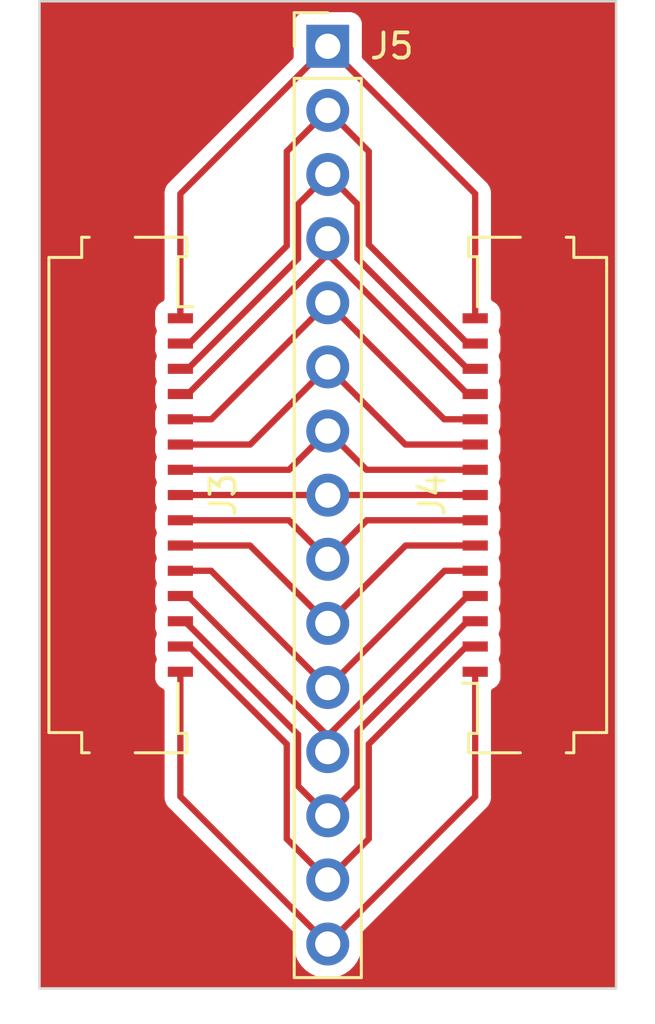
<source format=kicad_pcb>
(kicad_pcb (version 20221018) (generator pcbnew)
  (layers (0 "F.Cu" signal) (31 "B.Cu" signal) (34 "B.Paste" user) (35 "F.Paste" user) (36 "B.SilkS" user "B.Silkscreen") (37 "F.SilkS" user "F.Silkscreen") (38 "B.Mask" user) (39 "F.Mask" user) (44 "Edge.Cuts" user))
  (net 0 "")
  (net 1 "Net-(J3-Pin_1)")
  (net 2 "Net-(J3-Pin_2)")
  (net 3 "Net-(J3-Pin_3)")
  (net 4 "Net-(J3-Pin_4)")
  (net 5 "Net-(J3-Pin_5)")
  (net 6 "Net-(J3-Pin_6)")
  (net 7 "Net-(J3-Pin_7)")
  (net 8 "Net-(J3-Pin_8)")
  (net 9 "Net-(J3-Pin_9)")
  (net 10 "Net-(J3-Pin_10)")
  (net 11 "Net-(J3-Pin_11)")
  (net 12 "Net-(J3-Pin_12)")
  (net 13 "Net-(J3-Pin_13)")
  (net 14 "Net-(J3-Pin_14)")
  (net 15 "Net-(J3-Pin_15)")
  (net 16 "Net-(J3-PadMP)")
  (footprint "Connector_FFC-FPC:Molex_200528-0150_1x15-1MP_P1.00mm_Horizontal" (layer "F.Cu") (at 78.126 114.808 90)
    (fp_text reference "J4" (at 0 -2.61 90) (layer "F.SilkS"))
    (fp_text value "Conn_01x15_Socket")
    (fp_line (start -10.21 -1.17) (end -10.21 0.88) (stroke (width 0.12)) (layer "F.SilkS"))
    (fp_line (start -10.21 2.7) (end -10.21 3) (stroke (width 0.12)) (layer "F.SilkS"))
    (fp_line (start -10.21 3) (end -9.41 3) (stroke (width 0.12)) (layer "F.SilkS"))
    (fp_line (start -9.44 -1.17) (end -10.21 -1.17) (stroke (width 0.12)) (layer "F.SilkS"))
    (fp_line (start -9.44 -0.82) (end -9.44 -1.17) (stroke (width 0.12)) (layer "F.SilkS"))
    (fp_line (start -9.41 3) (end -9.41 4.3) (stroke (width 0.12)) (layer "F.SilkS"))
    (fp_line (start -9.41 4.3) (end 9.41 4.3) (stroke (width 0.12)) (layer "F.SilkS"))
    (fp_line (start -7.46 -1.41) (end -7.46 -0.82) (stroke (width 0.12)) (layer "F.SilkS"))
    (fp_line (start -7.46 -0.82) (end -9.44 -0.82) (stroke (width 0.12)) (layer "F.SilkS"))
    (fp_line (start 9.41 3) (end 10.21 3) (stroke (width 0.12)) (layer "F.SilkS"))
    (fp_line (start 9.41 4.3) (end 9.41 3) (stroke (width 0.12)) (layer "F.SilkS"))
    (fp_line (start 9.44 -1.17) (end 9.44 -0.82) (stroke (width 0.12)) (layer "F.SilkS"))
    (fp_line (start 9.44 -0.82) (end 7.46 -0.82) (stroke (width 0.12)) (layer "F.SilkS"))
    (fp_line (start 10.21 -1.17) (end 9.44 -1.17) (stroke (width 0.12)) (layer "F.SilkS"))
    (fp_line (start 10.21 0.88) (end 10.21 -1.17) (stroke (width 0.12)) (layer "F.SilkS"))
    (fp_line (start 10.21 3) (end 10.21 2.7) (stroke (width 0.12)) (layer "F.SilkS"))
    (pad "1" smd rect (at -7 -0.91 90) (size 0.4 1) (layers "F.Cu" "F.Paste" "F.Mask") (net 15 "Net-(J3-Pin_15)"))
    (pad "2" smd rect (at -6 -0.91 90) (size 0.4 1) (layers "F.Cu" "F.Paste" "F.Mask") (net 14 "Net-(J3-Pin_14)"))
    (pad "3" smd rect (at -5 -0.91 90) (size 0.4 1) (layers "F.Cu" "F.Paste" "F.Mask") (net 13 "Net-(J3-Pin_13)"))
    (pad "4" smd rect (at -4 -0.91 90) (size 0.4 1) (layers "F.Cu" "F.Paste" "F.Mask") (net 12 "Net-(J3-Pin_12)"))
    (pad "5" smd rect (at -3 -0.91 90) (size 0.4 1) (layers "F.Cu" "F.Paste" "F.Mask") (net 11 "Net-(J3-Pin_11)"))
    (pad "6" smd rect (at -2 -0.91 90) (size 0.4 1) (layers "F.Cu" "F.Paste" "F.Mask") (net 10 "Net-(J3-Pin_10)"))
    (pad "7" smd rect (at -1 -0.91 90) (size 0.4 1) (layers "F.Cu" "F.Paste" "F.Mask") (net 9 "Net-(J3-Pin_9)"))
    (pad "8" smd rect (at 0 -0.91 90) (size 0.4 1) (layers "F.Cu" "F.Paste" "F.Mask") (net 8 "Net-(J3-Pin_8)"))
    (pad "9" smd rect (at 1 -0.91 90) (size 0.4 1) (layers "F.Cu" "F.Paste" "F.Mask") (net 7 "Net-(J3-Pin_7)"))
    (pad "10" smd rect (at 2 -0.91 90) (size 0.4 1) (layers "F.Cu" "F.Paste" "F.Mask") (net 6 "Net-(J3-Pin_6)"))
    (pad "11" smd rect (at 3 -0.91 90) (size 0.4 1) (layers "F.Cu" "F.Paste" "F.Mask") (net 5 "Net-(J3-Pin_5)"))
    (pad "12" smd rect (at 4 -0.91 90) (size 0.4 1) (layers "F.Cu" "F.Paste" "F.Mask") (net 4 "Net-(J3-Pin_4)"))
    (pad "13" smd rect (at 5 -0.91 90) (size 0.4 1) (layers "F.Cu" "F.Paste" "F.Mask") (net 3 "Net-(J3-Pin_3)"))
    (pad "14" smd rect (at 6 -0.91 90) (size 0.4 1) (layers "F.Cu" "F.Paste" "F.Mask") (net 2 "Net-(J3-Pin_2)"))
    (pad "15" smd rect (at 7 -0.91 90) (size 0.4 1) (layers "F.Cu" "F.Paste" "F.Mask") (net 1 "Net-(J3-Pin_1)"))
    (pad "MP" smd rect (at -9.8 1.79 90) (size 2 1.3) (layers "F.Cu" "F.Paste" "F.Mask") (net 16 "Net-(J3-PadMP)"))
    (pad "MP" smd rect (at 9.8 1.79 90) (size 2 1.3) (layers "F.Cu" "F.Paste" "F.Mask") (net 16 "Net-(J3-PadMP)"))
  )
  (footprint "Connector_PinHeader_2.54mm:PinHeader_1x15_P2.54mm_Vertical" (layer "F.Cu") (at 71.374 97.033)
    (fp_text reference "J5" (at 2.54 -0.005) (layer "F.SilkS"))
    (fp_text value "Conn_01x15_Socket")
    (fp_line (start -1.33 -1.33) (end 0 -1.33) (stroke (width 0.12)) (layer "F.SilkS"))
    (fp_line (start -1.33 0) (end -1.33 -1.33) (stroke (width 0.12)) (layer "F.SilkS"))
    (fp_line (start -1.33 1.27) (end -1.33 36.89) (stroke (width 0.12)) (layer "F.SilkS"))
    (fp_line (start -1.33 1.27) (end 1.33 1.27) (stroke (width 0.12)) (layer "F.SilkS"))
    (fp_line (start -1.33 36.89) (end 1.33 36.89) (stroke (width 0.12)) (layer "F.SilkS"))
    (fp_line (start 1.33 1.27) (end 1.33 36.89) (stroke (width 0.12)) (layer "F.SilkS"))
    (pad "1" thru_hole rect (at 0 0) (size 1.7 1.7) (drill 1) (layers "*.Cu" "*.Mask") (net 1 "Net-(J3-Pin_1)"))
    (pad "2" thru_hole oval (at 0 2.54) (size 1.7 1.7) (drill 1) (layers "*.Cu" "*.Mask") (net 2 "Net-(J3-Pin_2)"))
    (pad "3" thru_hole oval (at 0 5.08) (size 1.7 1.7) (drill 1) (layers "*.Cu" "*.Mask") (net 3 "Net-(J3-Pin_3)"))
    (pad "4" thru_hole oval (at 0 7.62) (size 1.7 1.7) (drill 1) (layers "*.Cu" "*.Mask") (net 4 "Net-(J3-Pin_4)"))
    (pad "5" thru_hole oval (at 0 10.16) (size 1.7 1.7) (drill 1) (layers "*.Cu" "*.Mask") (net 5 "Net-(J3-Pin_5)"))
    (pad "6" thru_hole oval (at 0 12.7) (size 1.7 1.7) (drill 1) (layers "*.Cu" "*.Mask") (net 6 "Net-(J3-Pin_6)"))
    (pad "7" thru_hole oval (at 0 15.24) (size 1.7 1.7) (drill 1) (layers "*.Cu" "*.Mask") (net 7 "Net-(J3-Pin_7)"))
    (pad "8" thru_hole oval (at 0 17.78) (size 1.7 1.7) (drill 1) (layers "*.Cu" "*.Mask") (net 8 "Net-(J3-Pin_8)"))
    (pad "9" thru_hole oval (at 0 20.32) (size 1.7 1.7) (drill 1) (layers "*.Cu" "*.Mask") (net 9 "Net-(J3-Pin_9)"))
    (pad "10" thru_hole oval (at 0 22.86) (size 1.7 1.7) (drill 1) (layers "*.Cu" "*.Mask") (net 10 "Net-(J3-Pin_10)"))
    (pad "11" thru_hole oval (at 0 25.4) (size 1.7 1.7) (drill 1) (layers "*.Cu" "*.Mask") (net 11 "Net-(J3-Pin_11)"))
    (pad "12" thru_hole oval (at 0 27.94) (size 1.7 1.7) (drill 1) (layers "*.Cu" "*.Mask") (net 12 "Net-(J3-Pin_12)"))
    (pad "13" thru_hole oval (at 0 30.48) (size 1.7 1.7) (drill 1) (layers "*.Cu" "*.Mask") (net 13 "Net-(J3-Pin_13)"))
    (pad "14" thru_hole oval (at 0 33.02) (size 1.7 1.7) (drill 1) (layers "*.Cu" "*.Mask") (net 14 "Net-(J3-Pin_14)"))
    (pad "15" thru_hole oval (at 0 35.56) (size 1.7 1.7) (drill 1) (layers "*.Cu" "*.Mask") (net 15 "Net-(J3-Pin_15)"))
  )
  (footprint "Connector_FFC-FPC:Molex_200528-0150_1x15-1MP_P1.00mm_Horizontal" (layer "F.Cu") (at 64.622 114.808 -90)
    (fp_text reference "J3" (at 0 -2.61 90) (layer "F.SilkS"))
    (fp_text value "Conn_01x15_Socket")
    (fp_line (start -10.21 -1.17) (end -10.21 0.88) (stroke (width 0.12)) (layer "F.SilkS"))
    (fp_line (start -10.21 2.7) (end -10.21 3) (stroke (width 0.12)) (layer "F.SilkS"))
    (fp_line (start -10.21 3) (end -9.41 3) (stroke (width 0.12)) (layer "F.SilkS"))
    (fp_line (start -9.44 -1.17) (end -10.21 -1.17) (stroke (width 0.12)) (layer "F.SilkS"))
    (fp_line (start -9.44 -0.82) (end -9.44 -1.17) (stroke (width 0.12)) (layer "F.SilkS"))
    (fp_line (start -9.41 3) (end -9.41 4.3) (stroke (width 0.12)) (layer "F.SilkS"))
    (fp_line (start -9.41 4.3) (end 9.41 4.3) (stroke (width 0.12)) (layer "F.SilkS"))
    (fp_line (start -7.46 -1.41) (end -7.46 -0.82) (stroke (width 0.12)) (layer "F.SilkS"))
    (fp_line (start -7.46 -0.82) (end -9.44 -0.82) (stroke (width 0.12)) (layer "F.SilkS"))
    (fp_line (start 9.41 3) (end 10.21 3) (stroke (width 0.12)) (layer "F.SilkS"))
    (fp_line (start 9.41 4.3) (end 9.41 3) (stroke (width 0.12)) (layer "F.SilkS"))
    (fp_line (start 9.44 -1.17) (end 9.44 -0.82) (stroke (width 0.12)) (layer "F.SilkS"))
    (fp_line (start 9.44 -0.82) (end 7.46 -0.82) (stroke (width 0.12)) (layer "F.SilkS"))
    (fp_line (start 10.21 -1.17) (end 9.44 -1.17) (stroke (width 0.12)) (layer "F.SilkS"))
    (fp_line (start 10.21 0.88) (end 10.21 -1.17) (stroke (width 0.12)) (layer "F.SilkS"))
    (fp_line (start 10.21 3) (end 10.21 2.7) (stroke (width 0.12)) (layer "F.SilkS"))
    (pad "1" smd rect (at -7 -0.91 270) (size 0.4 1) (layers "F.Cu" "F.Paste" "F.Mask") (net 1 "Net-(J3-Pin_1)"))
    (pad "2" smd rect (at -6 -0.91 270) (size 0.4 1) (layers "F.Cu" "F.Paste" "F.Mask") (net 2 "Net-(J3-Pin_2)"))
    (pad "3" smd rect (at -5 -0.91 270) (size 0.4 1) (layers "F.Cu" "F.Paste" "F.Mask") (net 3 "Net-(J3-Pin_3)"))
    (pad "4" smd rect (at -4 -0.91 270) (size 0.4 1) (layers "F.Cu" "F.Paste" "F.Mask") (net 4 "Net-(J3-Pin_4)"))
    (pad "5" smd rect (at -3 -0.91 270) (size 0.4 1) (layers "F.Cu" "F.Paste" "F.Mask") (net 5 "Net-(J3-Pin_5)"))
    (pad "6" smd rect (at -2 -0.91 270) (size 0.4 1) (layers "F.Cu" "F.Paste" "F.Mask") (net 6 "Net-(J3-Pin_6)"))
    (pad "7" smd rect (at -1 -0.91 270) (size 0.4 1) (layers "F.Cu" "F.Paste" "F.Mask") (net 7 "Net-(J3-Pin_7)"))
    (pad "8" smd rect (at 0 -0.91 270) (size 0.4 1) (layers "F.Cu" "F.Paste" "F.Mask") (net 8 "Net-(J3-Pin_8)"))
    (pad "9" smd rect (at 1 -0.91 270) (size 0.4 1) (layers "F.Cu" "F.Paste" "F.Mask") (net 9 "Net-(J3-Pin_9)"))
    (pad "10" smd rect (at 2 -0.91 270) (size 0.4 1) (layers "F.Cu" "F.Paste" "F.Mask") (net 10 "Net-(J3-Pin_10)"))
    (pad "11" smd rect (at 3 -0.91 270) (size 0.4 1) (layers "F.Cu" "F.Paste" "F.Mask") (net 11 "Net-(J3-Pin_11)"))
    (pad "12" smd rect (at 4 -0.91 270) (size 0.4 1) (layers "F.Cu" "F.Paste" "F.Mask") (net 12 "Net-(J3-Pin_12)"))
    (pad "13" smd rect (at 5 -0.91 270) (size 0.4 1) (layers "F.Cu" "F.Paste" "F.Mask") (net 13 "Net-(J3-Pin_13)"))
    (pad "14" smd rect (at 6 -0.91 270) (size 0.4 1) (layers "F.Cu" "F.Paste" "F.Mask") (net 14 "Net-(J3-Pin_14)"))
    (pad "15" smd rect (at 7 -0.91 270) (size 0.4 1) (layers "F.Cu" "F.Paste" "F.Mask") (net 15 "Net-(J3-Pin_15)"))
    (pad "MP" smd rect (at -9.8 1.79 270) (size 2 1.3) (layers "F.Cu" "F.Paste" "F.Mask") (net 16 "Net-(J3-PadMP)"))
    (pad "MP" smd rect (at 9.8 1.79 270) (size 2 1.3) (layers "F.Cu" "F.Paste" "F.Mask") (net 16 "Net-(J3-PadMP)"))
  )
  (gr_rect (start 59.95 95.25) (end 82.8 134.35) (stroke (width 0.1)) (fill none) (layer "Edge.Cuts"))
  (segment (start 77.216 102.875) (end 71.374 97.033) (width 0.25) (layer "F.Cu") (net 1))
  (segment (start 77.216 107.808) (end 77.216 102.875) (width 0.25) (layer "F.Cu") (net 1))
  (segment (start 65.532 102.875) (end 71.374 97.033) (width 0.25) (layer "F.Cu") (net 1))
  (segment (start 65.532 107.808) (end 65.532 102.875) (width 0.25) (layer "F.Cu") (net 1))
  (segment (start 72.999 101.198) (end 71.374 99.573) (width 0.25) (layer "F.Cu") (net 2))
  (segment (start 77.216 108.808) (end 76.916 108.808) (width 0.25) (layer "F.Cu") (net 2))
  (segment (start 69.749 104.941) (end 69.749 101.198) (width 0.25) (layer "F.Cu") (net 2))
  (segment (start 76.916 108.808) (end 72.999 104.891) (width 0.25) (layer "F.Cu") (net 2))
  (segment (start 72.999 104.891) (end 72.999 101.198) (width 0.25) (layer "F.Cu") (net 2))
  (segment (start 65.532 108.808) (end 65.882 108.808) (width 0.25) (layer "F.Cu") (net 2))
  (segment (start 69.749 101.198) (end 71.374 99.573) (width 0.25) (layer "F.Cu") (net 2))
  (segment (start 65.882 108.808) (end 69.749 104.941) (width 0.25) (layer "F.Cu") (net 2))
  (segment (start 65.832 109.808) (end 70.199 105.441) (width 0.25) (layer "F.Cu") (net 3))
  (segment (start 72.549 103.288) (end 71.374 102.113) (width 0.25) (layer "F.Cu") (net 3))
  (segment (start 76.916 109.808) (end 72.549 105.441) (width 0.25) (layer "F.Cu") (net 3))
  (segment (start 72.549 105.441) (end 72.549 103.288) (width 0.25) (layer "F.Cu") (net 3))
  (segment (start 70.199 103.288) (end 71.374 102.113) (width 0.25) (layer "F.Cu") (net 3))
  (segment (start 70.199 105.441) (end 70.199 103.288) (width 0.25) (layer "F.Cu") (net 3))
  (segment (start 65.532 109.808) (end 65.832 109.808) (width 0.25) (layer "F.Cu") (net 3))
  (segment (start 77.216 109.808) (end 76.916 109.808) (width 0.25) (layer "F.Cu") (net 3))
  (segment (start 76.916 110.808) (end 71.374 105.266) (width 0.25) (layer "F.Cu") (net 4))
  (segment (start 71.374 105.266) (end 71.374 104.653) (width 0.25) (layer "F.Cu") (net 4))
  (segment (start 65.832 110.808) (end 71.374 105.266) (width 0.25) (layer "F.Cu") (net 4))
  (segment (start 65.532 110.808) (end 65.832 110.808) (width 0.25) (layer "F.Cu") (net 4))
  (segment (start 77.216 110.808) (end 76.916 110.808) (width 0.25) (layer "F.Cu") (net 4))
  (segment (start 75.989 111.808) (end 71.374 107.193) (width 0.25) (layer "F.Cu") (net 5))
  (segment (start 66.759 111.808) (end 71.374 107.193) (width 0.25) (layer "F.Cu") (net 5))
  (segment (start 65.532 111.808) (end 66.759 111.808) (width 0.25) (layer "F.Cu") (net 5))
  (segment (start 77.216 111.808) (end 75.989 111.808) (width 0.25) (layer "F.Cu") (net 5))
  (segment (start 74.449 112.808) (end 71.374 109.733) (width 0.25) (layer "F.Cu") (net 6))
  (segment (start 65.532 112.808) (end 68.299 112.808) (width 0.25) (layer "F.Cu") (net 6))
  (segment (start 68.299 112.808) (end 71.374 109.733) (width 0.25) (layer "F.Cu") (net 6))
  (segment (start 77.216 112.808) (end 74.449 112.808) (width 0.25) (layer "F.Cu") (net 6))
  (segment (start 72.909 113.808) (end 71.374 112.273) (width 0.25) (layer "F.Cu") (net 7))
  (segment (start 65.532 113.808) (end 69.839 113.808) (width 0.25) (layer "F.Cu") (net 7))
  (segment (start 69.839 113.808) (end 71.374 112.273) (width 0.25) (layer "F.Cu") (net 7))
  (segment (start 77.216 113.808) (end 72.909 113.808) (width 0.25) (layer "F.Cu") (net 7))
  (segment (start 77.216 114.808) (end 65.532 114.808) (width 0.25) (layer "F.Cu") (net 8))
  (segment (start 72.919 115.808) (end 71.374 117.353) (width 0.25) (layer "F.Cu") (net 9))
  (segment (start 65.532 115.808) (end 69.829 115.808) (width 0.25) (layer "F.Cu") (net 9))
  (segment (start 77.216 115.808) (end 72.919 115.808) (width 0.25) (layer "F.Cu") (net 9))
  (segment (start 69.829 115.808) (end 71.374 117.353) (width 0.25) (layer "F.Cu") (net 9))
  (segment (start 77.216 116.808) (end 74.459 116.808) (width 0.25) (layer "F.Cu") (net 10))
  (segment (start 65.532 116.808) (end 68.289 116.808) (width 0.25) (layer "F.Cu") (net 10))
  (segment (start 68.289 116.808) (end 71.374 119.893) (width 0.25) (layer "F.Cu") (net 10))
  (segment (start 74.459 116.808) (end 71.374 119.893) (width 0.25) (layer "F.Cu") (net 10))
  (segment (start 65.532 117.808) (end 66.749 117.808) (width 0.25) (layer "F.Cu") (net 11))
  (segment (start 75.999 117.808) (end 71.374 122.433) (width 0.25) (layer "F.Cu") (net 11))
  (segment (start 66.749 117.808) (end 71.374 122.433) (width 0.25) (layer "F.Cu") (net 11))
  (segment (start 77.216 117.808) (end 75.999 117.808) (width 0.25) (layer "F.Cu") (net 11))
  (segment (start 76.916 118.808) (end 71.374 124.35) (width 0.25) (layer "F.Cu") (net 12))
  (segment (start 71.374 124.35) (end 71.374 124.973) (width 0.25) (layer "F.Cu") (net 12))
  (segment (start 65.532 118.808) (end 65.832 118.808) (width 0.25) (layer "F.Cu") (net 12))
  (segment (start 65.832 118.808) (end 71.374 124.35) (width 0.25) (layer "F.Cu") (net 12))
  (segment (start 77.216 118.808) (end 76.916 118.808) (width 0.25) (layer "F.Cu") (net 12))
  (segment (start 76.916 119.808) (end 72.549 124.175) (width 0.25) (layer "F.Cu") (net 13))
  (segment (start 72.549 124.175) (end 72.549 126.338) (width 0.25) (layer "F.Cu") (net 13))
  (segment (start 70.199 124.301) (end 70.199 126.338) (width 0.25) (layer "F.Cu") (net 13))
  (segment (start 77.216 119.808) (end 76.916 119.808) (width 0.25) (layer "F.Cu") (net 13))
  (segment (start 65.706 119.808) (end 70.199 124.301) (width 0.25) (layer "F.Cu") (net 13))
  (segment (start 65.532 119.808) (end 65.706 119.808) (width 0.25) (layer "F.Cu") (net 13))
  (segment (start 70.199 126.338) (end 71.374 127.513) (width 0.25) (layer "F.Cu") (net 13))
  (segment (start 72.549 126.338) (end 71.374 127.513) (width 0.25) (layer "F.Cu") (net 13))
  (segment (start 76.866 120.808) (end 72.999 124.675) (width 0.25) (layer "F.Cu") (net 14))
  (segment (start 72.999 128.428) (end 71.374 130.053) (width 0.25) (layer "F.Cu") (net 14))
  (segment (start 65.882 120.808) (end 69.749 124.675) (width 0.25) (layer "F.Cu") (net 14))
  (segment (start 69.749 124.675) (end 69.749 128.428) (width 0.25) (layer "F.Cu") (net 14))
  (segment (start 77.216 120.808) (end 76.866 120.808) (width 0.25) (layer "F.Cu") (net 14))
  (segment (start 69.749 128.428) (end 71.374 130.053) (width 0.25) (layer "F.Cu") (net 14))
  (segment (start 65.532 120.808) (end 65.882 120.808) (width 0.25) (layer "F.Cu") (net 14))
  (segment (start 72.999 124.675) (end 72.999 128.428) (width 0.25) (layer "F.Cu") (net 14))
  (segment (start 77.216 121.808) (end 77.216 126.751) (width 0.25) (layer "F.Cu") (net 15))
  (segment (start 65.532 121.808) (end 65.532 126.751) (width 0.25) (layer "F.Cu") (net 15))
  (segment (start 77.216 126.751) (end 71.374 132.593) (width 0.25) (layer "F.Cu") (net 15))
  (segment (start 65.532 126.751) (end 71.374 132.593) (width 0.25) (layer "F.Cu") (net 15))
  (zone (net 16) (net_name "Net-(J3-PadMP)") (layer "F.Cu") (priority 3) (connect_pads yes (clearance 0.5)) (min_thickness 0.25) (fill yes (thermal_gap 0.5) (thermal_bridge_width 0.5))
    (polygon (pts (xy 59.944 95.25) (xy 82.804 95.25) (xy 82.804 134.366) (xy 59.944 134.366)))
  )
)
</source>
